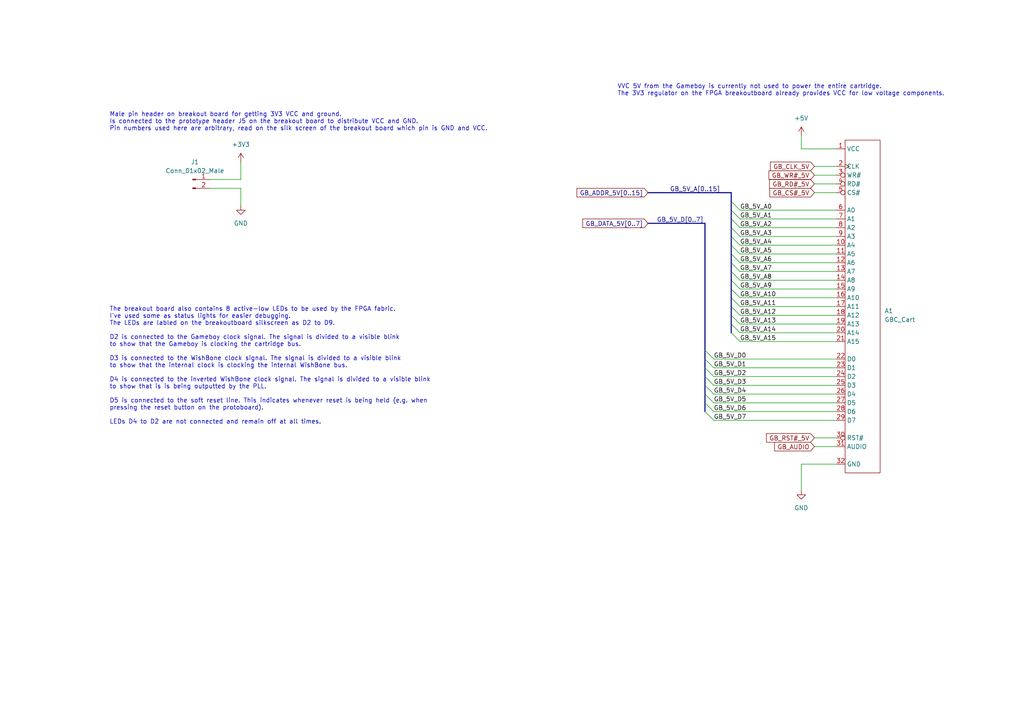
<source format=kicad_sch>
(kicad_sch (version 20211123) (generator eeschema)

  (uuid ada8967b-befc-414f-816a-bb1fe1dd7dd1)

  (paper "A4")

  (title_block
    (title "Power and connectors")
  )

  (lib_symbols
    (symbol "Boards:GBC_Cart" (in_bom no) (on_board yes)
      (property "Reference" "A" (id 0) (at -10.16 13.97 0)
        (effects (font (size 1.27 1.27)))
      )
      (property "Value" "GBC_Cart" (id 1) (at -6.35 11.43 0)
        (effects (font (size 1.27 1.27)))
      )
      (property "Footprint" "Boards:GBC_Cart" (id 2) (at -2.54 8.89 0)
        (effects (font (size 1.27 1.27)) hide)
      )
      (property "Datasheet" "" (id 3) (at -24.13 -36.83 0)
        (effects (font (size 1.27 1.27)) hide)
      )
      (property "ki_keywords" "board gameboy cart cartridge" (id 4) (at 0 0 0)
        (effects (font (size 1.27 1.27)) hide)
      )
      (property "ki_description" "Base board outline and connector pads for GameBoy Color cartridge" (id 5) (at 0 0 0)
        (effects (font (size 1.27 1.27)) hide)
      )
      (symbol "GBC_Cart_0_1"
        (rectangle (start -21.59 54.61) (end -11.43 -41.91)
          (stroke (width 0) (type default) (color 0 0 0 0))
          (fill (type none))
        )
      )
      (symbol "GBC_Cart_1_1"
        (pin power_in line (at -24.13 52.07 0) (length 2.54)
          (name "VCC" (effects (font (size 1.27 1.27))))
          (number "1" (effects (font (size 1.27 1.27))))
        )
        (pin input line (at -24.13 24.13 0) (length 2.54)
          (name "A4" (effects (font (size 1.27 1.27))))
          (number "10" (effects (font (size 1.27 1.27))))
        )
        (pin input line (at -24.13 21.59 0) (length 2.54)
          (name "A5" (effects (font (size 1.27 1.27))))
          (number "11" (effects (font (size 1.27 1.27))))
        )
        (pin input line (at -24.13 19.05 0) (length 2.54)
          (name "A6" (effects (font (size 1.27 1.27))))
          (number "12" (effects (font (size 1.27 1.27))))
        )
        (pin input line (at -24.13 16.51 0) (length 2.54)
          (name "A7" (effects (font (size 1.27 1.27))))
          (number "13" (effects (font (size 1.27 1.27))))
        )
        (pin input line (at -24.13 13.97 0) (length 2.54)
          (name "A8" (effects (font (size 1.27 1.27))))
          (number "14" (effects (font (size 1.27 1.27))))
        )
        (pin input line (at -24.13 11.43 0) (length 2.54)
          (name "A9" (effects (font (size 1.27 1.27))))
          (number "15" (effects (font (size 1.27 1.27))))
        )
        (pin input line (at -24.13 8.89 0) (length 2.54)
          (name "A10" (effects (font (size 1.27 1.27))))
          (number "16" (effects (font (size 1.27 1.27))))
        )
        (pin input line (at -24.13 6.35 0) (length 2.54)
          (name "A11" (effects (font (size 1.27 1.27))))
          (number "17" (effects (font (size 1.27 1.27))))
        )
        (pin input line (at -24.13 3.81 0) (length 2.54)
          (name "A12" (effects (font (size 1.27 1.27))))
          (number "18" (effects (font (size 1.27 1.27))))
        )
        (pin input line (at -24.13 1.27 0) (length 2.54)
          (name "A13" (effects (font (size 1.27 1.27))))
          (number "19" (effects (font (size 1.27 1.27))))
        )
        (pin input clock (at -24.13 46.99 0) (length 2.54)
          (name "CLK" (effects (font (size 1.27 1.27))))
          (number "2" (effects (font (size 1.27 1.27))))
        )
        (pin input line (at -24.13 -1.27 0) (length 2.54)
          (name "A14" (effects (font (size 1.27 1.27))))
          (number "20" (effects (font (size 1.27 1.27))))
        )
        (pin input line (at -24.13 -3.81 0) (length 2.54)
          (name "A15" (effects (font (size 1.27 1.27))))
          (number "21" (effects (font (size 1.27 1.27))))
        )
        (pin bidirectional line (at -24.13 -8.89 0) (length 2.54)
          (name "D0" (effects (font (size 1.27 1.27))))
          (number "22" (effects (font (size 1.27 1.27))))
        )
        (pin bidirectional line (at -24.13 -11.43 0) (length 2.54)
          (name "D1" (effects (font (size 1.27 1.27))))
          (number "23" (effects (font (size 1.27 1.27))))
        )
        (pin bidirectional line (at -24.13 -13.97 0) (length 2.54)
          (name "D2" (effects (font (size 1.27 1.27))))
          (number "24" (effects (font (size 1.27 1.27))))
        )
        (pin bidirectional line (at -24.13 -16.51 0) (length 2.54)
          (name "D3" (effects (font (size 1.27 1.27))))
          (number "25" (effects (font (size 1.27 1.27))))
        )
        (pin bidirectional line (at -24.13 -19.05 0) (length 2.54)
          (name "D4" (effects (font (size 1.27 1.27))))
          (number "26" (effects (font (size 1.27 1.27))))
        )
        (pin bidirectional line (at -24.13 -21.59 0) (length 2.54)
          (name "D5" (effects (font (size 1.27 1.27))))
          (number "27" (effects (font (size 1.27 1.27))))
        )
        (pin bidirectional line (at -24.13 -24.13 0) (length 2.54)
          (name "D6" (effects (font (size 1.27 1.27))))
          (number "28" (effects (font (size 1.27 1.27))))
        )
        (pin bidirectional line (at -24.13 -26.67 0) (length 2.54)
          (name "D7" (effects (font (size 1.27 1.27))))
          (number "29" (effects (font (size 1.27 1.27))))
        )
        (pin input inverted (at -24.13 44.45 0) (length 2.54)
          (name "WR#" (effects (font (size 1.27 1.27))))
          (number "3" (effects (font (size 1.27 1.27))))
        )
        (pin output inverted (at -24.13 -31.75 0) (length 2.54)
          (name "RST#" (effects (font (size 1.27 1.27))))
          (number "30" (effects (font (size 1.27 1.27))))
        )
        (pin output line (at -24.13 -34.29 0) (length 2.54)
          (name "AUDIO" (effects (font (size 1.27 1.27))))
          (number "31" (effects (font (size 1.27 1.27))))
        )
        (pin power_in line (at -24.13 -39.37 0) (length 2.54)
          (name "GND" (effects (font (size 1.27 1.27))))
          (number "32" (effects (font (size 1.27 1.27))))
        )
        (pin input inverted (at -24.13 41.91 0) (length 2.54)
          (name "RD#" (effects (font (size 1.27 1.27))))
          (number "4" (effects (font (size 1.27 1.27))))
        )
        (pin input inverted (at -24.13 39.37 0) (length 2.54)
          (name "CS#" (effects (font (size 1.27 1.27))))
          (number "5" (effects (font (size 1.27 1.27))))
        )
        (pin input line (at -24.13 34.29 0) (length 2.54)
          (name "A0" (effects (font (size 1.27 1.27))))
          (number "6" (effects (font (size 1.27 1.27))))
        )
        (pin input line (at -24.13 31.75 0) (length 2.54)
          (name "A1" (effects (font (size 1.27 1.27))))
          (number "7" (effects (font (size 1.27 1.27))))
        )
        (pin input line (at -24.13 29.21 0) (length 2.54)
          (name "A2" (effects (font (size 1.27 1.27))))
          (number "8" (effects (font (size 1.27 1.27))))
        )
        (pin input line (at -24.13 26.67 0) (length 2.54)
          (name "A3" (effects (font (size 1.27 1.27))))
          (number "9" (effects (font (size 1.27 1.27))))
        )
      )
    )
    (symbol "Connector:Conn_01x02_Male" (pin_names (offset 1.016) hide) (in_bom yes) (on_board yes)
      (property "Reference" "J" (id 0) (at 0 2.54 0)
        (effects (font (size 1.27 1.27)))
      )
      (property "Value" "Conn_01x02_Male" (id 1) (at 0 -5.08 0)
        (effects (font (size 1.27 1.27)))
      )
      (property "Footprint" "" (id 2) (at 0 0 0)
        (effects (font (size 1.27 1.27)) hide)
      )
      (property "Datasheet" "~" (id 3) (at 0 0 0)
        (effects (font (size 1.27 1.27)) hide)
      )
      (property "ki_keywords" "connector" (id 4) (at 0 0 0)
        (effects (font (size 1.27 1.27)) hide)
      )
      (property "ki_description" "Generic connector, single row, 01x02, script generated (kicad-library-utils/schlib/autogen/connector/)" (id 5) (at 0 0 0)
        (effects (font (size 1.27 1.27)) hide)
      )
      (property "ki_fp_filters" "Connector*:*_1x??_*" (id 6) (at 0 0 0)
        (effects (font (size 1.27 1.27)) hide)
      )
      (symbol "Conn_01x02_Male_1_1"
        (polyline
          (pts
            (xy 1.27 -2.54)
            (xy 0.8636 -2.54)
          )
          (stroke (width 0.1524) (type default) (color 0 0 0 0))
          (fill (type none))
        )
        (polyline
          (pts
            (xy 1.27 0)
            (xy 0.8636 0)
          )
          (stroke (width 0.1524) (type default) (color 0 0 0 0))
          (fill (type none))
        )
        (rectangle (start 0.8636 -2.413) (end 0 -2.667)
          (stroke (width 0.1524) (type default) (color 0 0 0 0))
          (fill (type outline))
        )
        (rectangle (start 0.8636 0.127) (end 0 -0.127)
          (stroke (width 0.1524) (type default) (color 0 0 0 0))
          (fill (type outline))
        )
        (pin passive line (at 5.08 0 180) (length 3.81)
          (name "Pin_1" (effects (font (size 1.27 1.27))))
          (number "1" (effects (font (size 1.27 1.27))))
        )
        (pin passive line (at 5.08 -2.54 180) (length 3.81)
          (name "Pin_2" (effects (font (size 1.27 1.27))))
          (number "2" (effects (font (size 1.27 1.27))))
        )
      )
    )
    (symbol "power:+3V3" (power) (pin_names (offset 0)) (in_bom yes) (on_board yes)
      (property "Reference" "#PWR" (id 0) (at 0 -3.81 0)
        (effects (font (size 1.27 1.27)) hide)
      )
      (property "Value" "+3V3" (id 1) (at 0 3.556 0)
        (effects (font (size 1.27 1.27)))
      )
      (property "Footprint" "" (id 2) (at 0 0 0)
        (effects (font (size 1.27 1.27)) hide)
      )
      (property "Datasheet" "" (id 3) (at 0 0 0)
        (effects (font (size 1.27 1.27)) hide)
      )
      (property "ki_keywords" "power-flag" (id 4) (at 0 0 0)
        (effects (font (size 1.27 1.27)) hide)
      )
      (property "ki_description" "Power symbol creates a global label with name \"+3V3\"" (id 5) (at 0 0 0)
        (effects (font (size 1.27 1.27)) hide)
      )
      (symbol "+3V3_0_1"
        (polyline
          (pts
            (xy -0.762 1.27)
            (xy 0 2.54)
          )
          (stroke (width 0) (type default) (color 0 0 0 0))
          (fill (type none))
        )
        (polyline
          (pts
            (xy 0 0)
            (xy 0 2.54)
          )
          (stroke (width 0) (type default) (color 0 0 0 0))
          (fill (type none))
        )
        (polyline
          (pts
            (xy 0 2.54)
            (xy 0.762 1.27)
          )
          (stroke (width 0) (type default) (color 0 0 0 0))
          (fill (type none))
        )
      )
      (symbol "+3V3_1_1"
        (pin power_in line (at 0 0 90) (length 0) hide
          (name "+3V3" (effects (font (size 1.27 1.27))))
          (number "1" (effects (font (size 1.27 1.27))))
        )
      )
    )
    (symbol "power:+5V" (power) (pin_names (offset 0)) (in_bom yes) (on_board yes)
      (property "Reference" "#PWR" (id 0) (at 0 -3.81 0)
        (effects (font (size 1.27 1.27)) hide)
      )
      (property "Value" "+5V" (id 1) (at 0 3.556 0)
        (effects (font (size 1.27 1.27)))
      )
      (property "Footprint" "" (id 2) (at 0 0 0)
        (effects (font (size 1.27 1.27)) hide)
      )
      (property "Datasheet" "" (id 3) (at 0 0 0)
        (effects (font (size 1.27 1.27)) hide)
      )
      (property "ki_keywords" "power-flag" (id 4) (at 0 0 0)
        (effects (font (size 1.27 1.27)) hide)
      )
      (property "ki_description" "Power symbol creates a global label with name \"+5V\"" (id 5) (at 0 0 0)
        (effects (font (size 1.27 1.27)) hide)
      )
      (symbol "+5V_0_1"
        (polyline
          (pts
            (xy -0.762 1.27)
            (xy 0 2.54)
          )
          (stroke (width 0) (type default) (color 0 0 0 0))
          (fill (type none))
        )
        (polyline
          (pts
            (xy 0 0)
            (xy 0 2.54)
          )
          (stroke (width 0) (type default) (color 0 0 0 0))
          (fill (type none))
        )
        (polyline
          (pts
            (xy 0 2.54)
            (xy 0.762 1.27)
          )
          (stroke (width 0) (type default) (color 0 0 0 0))
          (fill (type none))
        )
      )
      (symbol "+5V_1_1"
        (pin power_in line (at 0 0 90) (length 0) hide
          (name "+5V" (effects (font (size 1.27 1.27))))
          (number "1" (effects (font (size 1.27 1.27))))
        )
      )
    )
    (symbol "power:GND" (power) (pin_names (offset 0)) (in_bom yes) (on_board yes)
      (property "Reference" "#PWR" (id 0) (at 0 -6.35 0)
        (effects (font (size 1.27 1.27)) hide)
      )
      (property "Value" "GND" (id 1) (at 0 -3.81 0)
        (effects (font (size 1.27 1.27)))
      )
      (property "Footprint" "" (id 2) (at 0 0 0)
        (effects (font (size 1.27 1.27)) hide)
      )
      (property "Datasheet" "" (id 3) (at 0 0 0)
        (effects (font (size 1.27 1.27)) hide)
      )
      (property "ki_keywords" "power-flag" (id 4) (at 0 0 0)
        (effects (font (size 1.27 1.27)) hide)
      )
      (property "ki_description" "Power symbol creates a global label with name \"GND\" , ground" (id 5) (at 0 0 0)
        (effects (font (size 1.27 1.27)) hide)
      )
      (symbol "GND_0_1"
        (polyline
          (pts
            (xy 0 0)
            (xy 0 -1.27)
            (xy 1.27 -1.27)
            (xy 0 -2.54)
            (xy -1.27 -1.27)
            (xy 0 -1.27)
          )
          (stroke (width 0) (type default) (color 0 0 0 0))
          (fill (type none))
        )
      )
      (symbol "GND_1_1"
        (pin power_in line (at 0 0 270) (length 0) hide
          (name "GND" (effects (font (size 1.27 1.27))))
          (number "1" (effects (font (size 1.27 1.27))))
        )
      )
    )
  )


  (bus_entry (at 212.09 68.58) (size 2.54 2.54)
    (stroke (width 0) (type default) (color 0 0 0 0))
    (uuid 189cc7f3-09c1-4fe7-b067-995a8c0dc887)
  )
  (bus_entry (at 212.09 71.12) (size 2.54 2.54)
    (stroke (width 0) (type default) (color 0 0 0 0))
    (uuid 279b20d8-d318-4f19-91b8-e9ef5a8cc984)
  )
  (bus_entry (at 212.09 76.2) (size 2.54 2.54)
    (stroke (width 0) (type default) (color 0 0 0 0))
    (uuid 2ac83227-8cc0-4acd-acac-a3d18b94a2e0)
  )
  (bus_entry (at 212.09 86.36) (size 2.54 2.54)
    (stroke (width 0) (type default) (color 0 0 0 0))
    (uuid 3aeb9a26-4391-42fa-8adb-fc6da13d385a)
  )
  (bus_entry (at 212.09 91.44) (size 2.54 2.54)
    (stroke (width 0) (type default) (color 0 0 0 0))
    (uuid 5673b53a-d040-4073-96d2-51c2d4442ec3)
  )
  (bus_entry (at 212.09 58.42) (size 2.54 2.54)
    (stroke (width 0) (type default) (color 0 0 0 0))
    (uuid 5a26626b-ab19-4a1d-bc9e-394684fa9050)
  )
  (bus_entry (at 212.09 78.74) (size 2.54 2.54)
    (stroke (width 0) (type default) (color 0 0 0 0))
    (uuid 5c5767c8-6ece-461d-a7ae-632471adcfac)
  )
  (bus_entry (at 204.47 116.84) (size 2.54 2.54)
    (stroke (width 0) (type default) (color 0 0 0 0))
    (uuid 61f4b4d5-859d-4e13-892b-d95d814c09c3)
  )
  (bus_entry (at 212.09 73.66) (size 2.54 2.54)
    (stroke (width 0) (type default) (color 0 0 0 0))
    (uuid 65161cfc-f720-40d1-91af-0796129937c6)
  )
  (bus_entry (at 212.09 93.98) (size 2.54 2.54)
    (stroke (width 0) (type default) (color 0 0 0 0))
    (uuid 7243bf18-7a8f-4819-8bff-e96fd8abeb6c)
  )
  (bus_entry (at 212.09 83.82) (size 2.54 2.54)
    (stroke (width 0) (type default) (color 0 0 0 0))
    (uuid 7d7ceac9-ef7a-41c5-b2f7-18452ec48f39)
  )
  (bus_entry (at 212.09 88.9) (size 2.54 2.54)
    (stroke (width 0) (type default) (color 0 0 0 0))
    (uuid 8a7a27a0-3fe7-4480-bfa0-9140a49373f8)
  )
  (bus_entry (at 204.47 119.38) (size 2.54 2.54)
    (stroke (width 0) (type default) (color 0 0 0 0))
    (uuid 993a02fe-c80f-429c-b2ea-1e6e9cf250bd)
  )
  (bus_entry (at 204.47 109.22) (size 2.54 2.54)
    (stroke (width 0) (type default) (color 0 0 0 0))
    (uuid 9d4b867b-ba54-4a6f-8898-7205dad65688)
  )
  (bus_entry (at 212.09 63.5) (size 2.54 2.54)
    (stroke (width 0) (type default) (color 0 0 0 0))
    (uuid a18824d0-1625-4f69-a4af-0db0cfa90a3a)
  )
  (bus_entry (at 204.47 101.6) (size 2.54 2.54)
    (stroke (width 0) (type default) (color 0 0 0 0))
    (uuid b7160c34-8fc6-4e86-81e9-5fd054305f0a)
  )
  (bus_entry (at 204.47 111.76) (size 2.54 2.54)
    (stroke (width 0) (type default) (color 0 0 0 0))
    (uuid ca42af2b-bb9a-44af-b951-3c118553b194)
  )
  (bus_entry (at 204.47 104.14) (size 2.54 2.54)
    (stroke (width 0) (type default) (color 0 0 0 0))
    (uuid df11e14a-ff27-40ff-b31f-4660e8908346)
  )
  (bus_entry (at 204.47 114.3) (size 2.54 2.54)
    (stroke (width 0) (type default) (color 0 0 0 0))
    (uuid e008ee04-c1ce-495c-b5e5-c04a52a5e95d)
  )
  (bus_entry (at 212.09 66.04) (size 2.54 2.54)
    (stroke (width 0) (type default) (color 0 0 0 0))
    (uuid e3e2bc70-1c2f-49c1-9ca6-87ad997d755e)
  )
  (bus_entry (at 212.09 60.96) (size 2.54 2.54)
    (stroke (width 0) (type default) (color 0 0 0 0))
    (uuid e55fc8f4-000e-41d0-87b0-8a07ee30e260)
  )
  (bus_entry (at 212.09 81.28) (size 2.54 2.54)
    (stroke (width 0) (type default) (color 0 0 0 0))
    (uuid e5d5701e-9019-4e70-8347-3b99493f8c16)
  )
  (bus_entry (at 212.09 96.52) (size 2.54 2.54)
    (stroke (width 0) (type default) (color 0 0 0 0))
    (uuid f6e30ac7-4dd1-45ee-a66d-71c2f70431f2)
  )
  (bus_entry (at 204.47 106.68) (size 2.54 2.54)
    (stroke (width 0) (type default) (color 0 0 0 0))
    (uuid f97b1e52-a153-4426-8ba8-058854b1548d)
  )

  (wire (pts (xy 236.22 127) (xy 242.57 127))
    (stroke (width 0) (type default) (color 0 0 0 0))
    (uuid 013b7c87-c907-42e0-b3a6-15ba4e39ce5d)
  )
  (wire (pts (xy 214.63 66.04) (xy 242.57 66.04))
    (stroke (width 0) (type default) (color 0 0 0 0))
    (uuid 02a78575-7db5-42b8-b68f-7747811548b3)
  )
  (wire (pts (xy 60.96 54.61) (xy 69.85 54.61))
    (stroke (width 0) (type default) (color 0 0 0 0))
    (uuid 049ef857-3c89-4833-b2ea-1d8bad1353ae)
  )
  (wire (pts (xy 207.01 114.3) (xy 242.57 114.3))
    (stroke (width 0) (type default) (color 0 0 0 0))
    (uuid 071164c1-bf7d-4ed3-9140-2c99f44046f7)
  )
  (bus (pts (xy 204.47 116.84) (xy 204.47 119.38))
    (stroke (width 0) (type default) (color 0 0 0 0))
    (uuid 0cb3c3c2-4673-4aac-bb41-1e4bf896d006)
  )
  (bus (pts (xy 212.09 58.42) (xy 212.09 55.88))
    (stroke (width 0) (type default) (color 0 0 0 0))
    (uuid 10561ca9-9583-47a9-8cfc-b3260cfe21a2)
  )

  (wire (pts (xy 214.63 71.12) (xy 242.57 71.12))
    (stroke (width 0) (type default) (color 0 0 0 0))
    (uuid 13bed169-d601-4535-b9b3-70c100d0ce72)
  )
  (bus (pts (xy 212.09 83.82) (xy 212.09 81.28))
    (stroke (width 0) (type default) (color 0 0 0 0))
    (uuid 190d7114-07fb-412b-a815-18a3190f1799)
  )

  (wire (pts (xy 207.01 116.84) (xy 242.57 116.84))
    (stroke (width 0) (type default) (color 0 0 0 0))
    (uuid 1c99845d-a581-4e13-848c-c6a44db45ac9)
  )
  (wire (pts (xy 214.63 86.36) (xy 242.57 86.36))
    (stroke (width 0) (type default) (color 0 0 0 0))
    (uuid 28b82cda-5b04-431f-8775-88b21393bff1)
  )
  (wire (pts (xy 232.41 43.18) (xy 242.57 43.18))
    (stroke (width 0) (type default) (color 0 0 0 0))
    (uuid 2c41d85f-b711-49b2-a615-858d1d6663f8)
  )
  (wire (pts (xy 214.63 63.5) (xy 242.57 63.5))
    (stroke (width 0) (type default) (color 0 0 0 0))
    (uuid 2d0e86c6-b53e-46c0-a255-5a8922ed5d68)
  )
  (wire (pts (xy 232.41 142.24) (xy 232.41 134.62))
    (stroke (width 0) (type default) (color 0 0 0 0))
    (uuid 2eb5f7a7-99e8-4a98-8359-8a667efd01b8)
  )
  (bus (pts (xy 204.47 104.14) (xy 204.47 106.68))
    (stroke (width 0) (type default) (color 0 0 0 0))
    (uuid 31e413cb-65f5-47e4-8bca-b43bdaa08667)
  )
  (bus (pts (xy 187.96 64.77) (xy 204.47 64.77))
    (stroke (width 0) (type default) (color 0 0 0 0))
    (uuid 3c15d4cd-754f-4ed5-bacc-37912fc2ca3c)
  )

  (wire (pts (xy 60.96 52.07) (xy 69.85 52.07))
    (stroke (width 0) (type default) (color 0 0 0 0))
    (uuid 41178b73-918c-4674-b2ab-ee1239281777)
  )
  (bus (pts (xy 204.47 114.3) (xy 204.47 116.84))
    (stroke (width 0) (type default) (color 0 0 0 0))
    (uuid 41375ae9-c16e-4771-b74c-77db561461b8)
  )

  (wire (pts (xy 214.63 91.44) (xy 242.57 91.44))
    (stroke (width 0) (type default) (color 0 0 0 0))
    (uuid 4ad3fe2f-a887-486f-bef1-7d51da6b9c73)
  )
  (bus (pts (xy 212.09 76.2) (xy 212.09 73.66))
    (stroke (width 0) (type default) (color 0 0 0 0))
    (uuid 5379aab7-cd68-45f4-858f-7b5de3c34172)
  )
  (bus (pts (xy 204.47 106.68) (xy 204.47 109.22))
    (stroke (width 0) (type default) (color 0 0 0 0))
    (uuid 54a365a4-d204-4f90-93d0-9425df84c156)
  )

  (wire (pts (xy 207.01 104.14) (xy 242.57 104.14))
    (stroke (width 0) (type default) (color 0 0 0 0))
    (uuid 5b638735-b31a-4fd9-92bc-e18790244cf2)
  )
  (bus (pts (xy 204.47 111.76) (xy 204.47 114.3))
    (stroke (width 0) (type default) (color 0 0 0 0))
    (uuid 5b6f9dc1-a612-4287-bb83-f9f280e4fe3a)
  )
  (bus (pts (xy 212.09 86.36) (xy 212.09 83.82))
    (stroke (width 0) (type default) (color 0 0 0 0))
    (uuid 5e1a973a-35b5-42fa-b314-a9318fb15efb)
  )

  (wire (pts (xy 214.63 83.82) (xy 242.57 83.82))
    (stroke (width 0) (type default) (color 0 0 0 0))
    (uuid 64bcdaa0-37df-49fb-a65d-03d7c958fad0)
  )
  (bus (pts (xy 212.09 58.42) (xy 212.09 60.96))
    (stroke (width 0) (type default) (color 0 0 0 0))
    (uuid 6d7e36fa-67c4-434d-bb0c-e515a8462182)
  )
  (bus (pts (xy 204.47 64.77) (xy 204.47 101.6))
    (stroke (width 0) (type default) (color 0 0 0 0))
    (uuid 6db914fb-071d-40fa-928d-01bd694f5eb5)
  )

  (wire (pts (xy 214.63 68.58) (xy 242.57 68.58))
    (stroke (width 0) (type default) (color 0 0 0 0))
    (uuid 75075693-98f2-442e-b80d-8c6e023df80f)
  )
  (wire (pts (xy 214.63 73.66) (xy 242.57 73.66))
    (stroke (width 0) (type default) (color 0 0 0 0))
    (uuid 7870151f-1d4e-49f0-bbff-fc3994227d82)
  )
  (wire (pts (xy 214.63 76.2) (xy 242.57 76.2))
    (stroke (width 0) (type default) (color 0 0 0 0))
    (uuid 7cf5d48a-94f1-486f-8405-7a6c9ed68130)
  )
  (bus (pts (xy 187.96 55.88) (xy 212.09 55.88))
    (stroke (width 0) (type default) (color 0 0 0 0))
    (uuid 7dcf5f39-a563-455d-a782-21e9e2a00f00)
  )
  (bus (pts (xy 212.09 93.98) (xy 212.09 91.44))
    (stroke (width 0) (type default) (color 0 0 0 0))
    (uuid 803269f3-fdcf-4e2c-8c39-f410130983ea)
  )
  (bus (pts (xy 212.09 63.5) (xy 212.09 60.96))
    (stroke (width 0) (type default) (color 0 0 0 0))
    (uuid 8f4966ab-91bc-4905-aa7b-22b57538e203)
  )

  (wire (pts (xy 236.22 48.26) (xy 242.57 48.26))
    (stroke (width 0) (type default) (color 0 0 0 0))
    (uuid 927e537a-53a9-4293-9f95-c81dd9b4abd1)
  )
  (bus (pts (xy 212.09 71.12) (xy 212.09 68.58))
    (stroke (width 0) (type default) (color 0 0 0 0))
    (uuid 985d3db2-1241-4cda-bf07-1a70c52c965d)
  )

  (wire (pts (xy 214.63 93.98) (xy 242.57 93.98))
    (stroke (width 0) (type default) (color 0 0 0 0))
    (uuid 9875d949-0e86-41a5-ba9d-e33e461da157)
  )
  (wire (pts (xy 69.85 46.99) (xy 69.85 52.07))
    (stroke (width 0) (type default) (color 0 0 0 0))
    (uuid 98dbc464-dfb3-4825-a944-25fa2763c08d)
  )
  (wire (pts (xy 207.01 109.22) (xy 242.57 109.22))
    (stroke (width 0) (type default) (color 0 0 0 0))
    (uuid a05d757a-52fa-4ced-b593-5dee6ce0030e)
  )
  (bus (pts (xy 212.09 68.58) (xy 212.09 66.04))
    (stroke (width 0) (type default) (color 0 0 0 0))
    (uuid a0cda999-14b5-4968-84b0-b92f80056d70)
  )
  (bus (pts (xy 212.09 96.52) (xy 212.09 93.98))
    (stroke (width 0) (type default) (color 0 0 0 0))
    (uuid ae64d8f3-440f-464e-a782-a7746ec37dd6)
  )

  (wire (pts (xy 236.22 53.34) (xy 242.57 53.34))
    (stroke (width 0) (type default) (color 0 0 0 0))
    (uuid b1893ef8-f675-43fc-be99-cd2507bca312)
  )
  (wire (pts (xy 232.41 134.62) (xy 242.57 134.62))
    (stroke (width 0) (type default) (color 0 0 0 0))
    (uuid b9d70f34-7c64-45b3-8f3b-92179356ed44)
  )
  (wire (pts (xy 214.63 96.52) (xy 242.57 96.52))
    (stroke (width 0) (type default) (color 0 0 0 0))
    (uuid bd094400-6e7e-40c8-88aa-eefd812e39cc)
  )
  (wire (pts (xy 207.01 119.38) (xy 242.57 119.38))
    (stroke (width 0) (type default) (color 0 0 0 0))
    (uuid c5fdb7ac-85a3-4be1-b56e-f814f5544cbf)
  )
  (wire (pts (xy 207.01 106.68) (xy 242.57 106.68))
    (stroke (width 0) (type default) (color 0 0 0 0))
    (uuid c6f761ae-aec8-47bd-a15b-96aadd04470f)
  )
  (wire (pts (xy 236.22 129.54) (xy 242.57 129.54))
    (stroke (width 0) (type default) (color 0 0 0 0))
    (uuid c975932e-ca29-4882-8df2-1d283cdebe53)
  )
  (wire (pts (xy 214.63 81.28) (xy 242.57 81.28))
    (stroke (width 0) (type default) (color 0 0 0 0))
    (uuid cb5d7037-f21a-4307-aa04-4346c96d8d98)
  )
  (wire (pts (xy 214.63 60.96) (xy 242.57 60.96))
    (stroke (width 0) (type default) (color 0 0 0 0))
    (uuid d0e2e579-ba89-4c09-a8aa-3b54a204c6cb)
  )
  (wire (pts (xy 214.63 99.06) (xy 242.57 99.06))
    (stroke (width 0) (type default) (color 0 0 0 0))
    (uuid d10da399-dc95-4e04-891a-cdb595bc9941)
  )
  (wire (pts (xy 236.22 55.88) (xy 242.57 55.88))
    (stroke (width 0) (type default) (color 0 0 0 0))
    (uuid d2b1d928-0541-4447-a1d3-e6662258fd60)
  )
  (wire (pts (xy 236.22 50.8) (xy 242.57 50.8))
    (stroke (width 0) (type default) (color 0 0 0 0))
    (uuid d3107ef1-89b4-4af8-8511-22495581a99a)
  )
  (wire (pts (xy 69.85 54.61) (xy 69.85 59.69))
    (stroke (width 0) (type default) (color 0 0 0 0))
    (uuid d423e15f-fdb6-4ef3-a443-9ebf933db9dd)
  )
  (bus (pts (xy 212.09 88.9) (xy 212.09 86.36))
    (stroke (width 0) (type default) (color 0 0 0 0))
    (uuid d6672546-926e-4d99-a993-c6b6f37774e9)
  )

  (wire (pts (xy 232.41 43.18) (xy 232.41 39.37))
    (stroke (width 0) (type default) (color 0 0 0 0))
    (uuid d6f42dc4-bf59-4a91-9fcd-389691154967)
  )
  (bus (pts (xy 204.47 109.22) (xy 204.47 111.76))
    (stroke (width 0) (type default) (color 0 0 0 0))
    (uuid d9bd524f-215a-433c-b624-77986abb1695)
  )

  (wire (pts (xy 207.01 121.92) (xy 242.57 121.92))
    (stroke (width 0) (type default) (color 0 0 0 0))
    (uuid db6dfb9d-1c85-4320-aa35-be0adfb88dc5)
  )
  (bus (pts (xy 212.09 73.66) (xy 212.09 71.12))
    (stroke (width 0) (type default) (color 0 0 0 0))
    (uuid dfaf11c3-ace6-48e3-85bd-72137fc6f393)
  )
  (bus (pts (xy 204.47 101.6) (xy 204.47 104.14))
    (stroke (width 0) (type default) (color 0 0 0 0))
    (uuid e2c0bd34-a007-4c97-a33a-0c6afbd500c2)
  )
  (bus (pts (xy 212.09 78.74) (xy 212.09 76.2))
    (stroke (width 0) (type default) (color 0 0 0 0))
    (uuid e342030b-2c90-45a0-ac7b-6ae9e8e93fc9)
  )
  (bus (pts (xy 212.09 81.28) (xy 212.09 78.74))
    (stroke (width 0) (type default) (color 0 0 0 0))
    (uuid eb93759a-169f-422a-abb2-16305e980ce8)
  )

  (wire (pts (xy 214.63 78.74) (xy 242.57 78.74))
    (stroke (width 0) (type default) (color 0 0 0 0))
    (uuid ee4970b1-f439-4c11-9a72-4282be4dd4d3)
  )
  (wire (pts (xy 207.01 111.76) (xy 242.57 111.76))
    (stroke (width 0) (type default) (color 0 0 0 0))
    (uuid ef8a46f2-262c-4f9f-bf79-5c5dd099886e)
  )
  (wire (pts (xy 214.63 88.9) (xy 242.57 88.9))
    (stroke (width 0) (type default) (color 0 0 0 0))
    (uuid efee7332-9835-44f9-a57f-afd8c41d7573)
  )
  (bus (pts (xy 212.09 66.04) (xy 212.09 63.5))
    (stroke (width 0) (type default) (color 0 0 0 0))
    (uuid f4b57b58-0f97-4ffe-bea4-426e488b450b)
  )
  (bus (pts (xy 212.09 91.44) (xy 212.09 88.9))
    (stroke (width 0) (type default) (color 0 0 0 0))
    (uuid f9567ec3-f634-4d7c-b0f0-bd718035527f)
  )

  (text "The breakout board also contains 8 active-low LEDs to be used by the FPGA fabric.\nI've used some as status lights for easier debugging.\nThe LEDs are labled on the breakoutboard silkscreen as D2 to D9.\n\nD2 is connected to the Gameboy clock signal. The signal is divided to a visible blink\nto show that the Gameboy is clocking the cartridge bus.\n\nD3 is connected to the WishBone clock signal. The signal is divided to a visible blink\nto show that the internal clock is clocking the internal WishBone bus.\n\nD4 is connected to the inverted WishBone clock signal. The signal is divided to a visible blink\nto show that is is being outputted by the PLL.\n\nD5 is connected to the soft reset line. This indicates whenever reset is being held (e.g. when \npressing the reset button on the protoboard).\n\nLEDs D4 to D2 are not connected and remain off at all times."
    (at 31.75 123.19 0)
    (effects (font (size 1.27 1.27)) (justify left bottom))
    (uuid 0ba84243-70c7-48df-bdf9-a84868bb200d)
  )
  (text "Male pin header on breakout board for getting 3V3 VCC and ground.\nIs connected to the prototype header J5 on the breakout board to distribute VCC and GND.\nPin numbers used here are arbitrary, read on the silk screen of the breakout board which pin is GND and VCC."
    (at 31.75 38.1 0)
    (effects (font (size 1.27 1.27)) (justify left bottom))
    (uuid 7f0062b4-e7f2-4234-af31-125472e340b7)
  )
  (text "VVC 5V from the Gameboy is currently not used to power the entire cartridge.\nThe 3V3 regulator on the FPGA breakoutboard already provides VCC for low voltage components."
    (at 179.07 27.94 0)
    (effects (font (size 1.27 1.27)) (justify left bottom))
    (uuid af3e88e9-22db-469a-a303-98e27096a053)
  )

  (label "GB_5V_D1" (at 207.01 106.68 0)
    (effects (font (size 1.27 1.27)) (justify left bottom))
    (uuid 1db9304e-61da-427f-a7ce-ab4ee2317402)
  )
  (label "GB_5V_D6" (at 207.01 119.38 0)
    (effects (font (size 1.27 1.27)) (justify left bottom))
    (uuid 237dc1d2-682d-40ec-8fd3-bcf1799cf1e0)
  )
  (label "GB_5V_A2" (at 214.63 66.04 0)
    (effects (font (size 1.27 1.27)) (justify left bottom))
    (uuid 388dd820-af61-456b-8a43-9e20ab62bde4)
  )
  (label "GB_5V_D0" (at 207.01 104.14 0)
    (effects (font (size 1.27 1.27)) (justify left bottom))
    (uuid 445cb79c-eaf1-4682-922d-a94ebab20842)
  )
  (label "GB_5V_A4" (at 214.63 71.12 0)
    (effects (font (size 1.27 1.27)) (justify left bottom))
    (uuid 4ae01fd0-9f79-4c04-84d8-9c9191677419)
  )
  (label "GB_5V_A11" (at 214.63 88.9 0)
    (effects (font (size 1.27 1.27)) (justify left bottom))
    (uuid 5413cfb2-f01c-497a-8227-7c9b29df3e1a)
  )
  (label "GB_5V_D7" (at 207.01 121.92 0)
    (effects (font (size 1.27 1.27)) (justify left bottom))
    (uuid 5b43f371-ac2c-4267-a700-0d40a5329d4e)
  )
  (label "GB_5V_A10" (at 214.63 86.36 0)
    (effects (font (size 1.27 1.27)) (justify left bottom))
    (uuid 5bf402bc-325c-419f-adc4-479035655e2e)
  )
  (label "GB_5V_A12" (at 214.63 91.44 0)
    (effects (font (size 1.27 1.27)) (justify left bottom))
    (uuid 5e8c482b-e1ba-450f-a13b-e28c39c6c078)
  )
  (label "GB_5V_A14" (at 214.63 96.52 0)
    (effects (font (size 1.27 1.27)) (justify left bottom))
    (uuid 71c484e9-29b3-4751-97a3-726d1caef7aa)
  )
  (label "GB_5V_D[0..7]" (at 190.5 64.77 0)
    (effects (font (size 1.27 1.27)) (justify left bottom))
    (uuid 7b761b8e-8154-4f33-9f89-3b30c3962030)
  )
  (label "GB_5V_A8" (at 214.63 81.28 0)
    (effects (font (size 1.27 1.27)) (justify left bottom))
    (uuid 887e4702-80ce-4ea5-a1ed-93a260ddaf3c)
  )
  (label "GB_5V_D4" (at 207.01 114.3 0)
    (effects (font (size 1.27 1.27)) (justify left bottom))
    (uuid 93d59c39-5a13-4b1e-a364-b512752e523c)
  )
  (label "GB_5V_D3" (at 207.01 111.76 0)
    (effects (font (size 1.27 1.27)) (justify left bottom))
    (uuid 99ea5ceb-ae4f-450a-b206-cf439badadc9)
  )
  (label "GB_5V_A13" (at 214.63 93.98 0)
    (effects (font (size 1.27 1.27)) (justify left bottom))
    (uuid 9ae7e90e-6fd3-4b50-8a4d-be1c01d742b0)
  )
  (label "GB_5V_A5" (at 214.63 73.66 0)
    (effects (font (size 1.27 1.27)) (justify left bottom))
    (uuid 9d28b25e-35fd-485d-b931-7a619bf63b98)
  )
  (label "GB_5V_D5" (at 207.01 116.84 0)
    (effects (font (size 1.27 1.27)) (justify left bottom))
    (uuid a55f1041-5f6f-49a8-ba9c-386bf38dc5c6)
  )
  (label "GB_5V_A7" (at 214.63 78.74 0)
    (effects (font (size 1.27 1.27)) (justify left bottom))
    (uuid aa76dff8-db34-41fa-9282-5a6d871ed5e3)
  )
  (label "GB_5V_D2" (at 207.01 109.22 0)
    (effects (font (size 1.27 1.27)) (justify left bottom))
    (uuid b4b671df-f5de-4c07-a389-ed45d9f3361a)
  )
  (label "GB_5V_A3" (at 214.63 68.58 0)
    (effects (font (size 1.27 1.27)) (justify left bottom))
    (uuid b78426fa-5b9a-4e01-9a5a-de73ef631531)
  )
  (label "GB_5V_A9" (at 214.63 83.82 0)
    (effects (font (size 1.27 1.27)) (justify left bottom))
    (uuid be266a62-8ad5-4e3c-9ab2-ee49a89e752e)
  )
  (label "GB_5V_A0" (at 214.63 60.96 0)
    (effects (font (size 1.27 1.27)) (justify left bottom))
    (uuid d73fa900-a60a-4e94-9a1a-764b631278b4)
  )
  (label "GB_5V_A6" (at 214.63 76.2 0)
    (effects (font (size 1.27 1.27)) (justify left bottom))
    (uuid ed862a57-ca0d-47d2-bf60-40e28b3f20d6)
  )
  (label "GB_5V_A1" (at 214.63 63.5 0)
    (effects (font (size 1.27 1.27)) (justify left bottom))
    (uuid ef148378-77e9-4694-8297-a5655c6353c6)
  )
  (label "GB_5V_A[0..15]" (at 194.31 55.88 0)
    (effects (font (size 1.27 1.27)) (justify left bottom))
    (uuid f27b9cbe-5aa0-414b-b976-f042720f8006)
  )
  (label "GB_5V_A15" (at 214.63 99.06 0)
    (effects (font (size 1.27 1.27)) (justify left bottom))
    (uuid febe179f-0aa3-412f-a0fa-2a4c9bcf4015)
  )

  (global_label "GB_CLK_5V" (shape input) (at 236.22 48.26 180) (fields_autoplaced)
    (effects (font (size 1.27 1.27)) (justify right))
    (uuid 1544bd86-3417-44f1-a543-3f1484cff4b7)
    (property "Intersheet References" "${INTERSHEET_REFS}" (id 0) (at 223.4655 48.1806 0)
      (effects (font (size 1.27 1.27)) (justify right) hide)
    )
  )
  (global_label "GB_RST#_5V" (shape input) (at 236.22 127 180) (fields_autoplaced)
    (effects (font (size 1.27 1.27)) (justify right))
    (uuid 177eeabc-1672-4d37-87e3-540e9bb9a29f)
    (property "Intersheet References" "${INTERSHEET_REFS}" (id 0) (at 222.3164 126.9206 0)
      (effects (font (size 1.27 1.27)) (justify right) hide)
    )
  )
  (global_label "GB_AUDIO" (shape input) (at 236.22 129.54 180) (fields_autoplaced)
    (effects (font (size 1.27 1.27)) (justify right))
    (uuid 27a3e6ea-3290-4acd-8f56-ec5236048bdf)
    (property "Intersheet References" "${INTERSHEET_REFS}" (id 0) (at 224.675 129.4606 0)
      (effects (font (size 1.27 1.27)) (justify right) hide)
    )
  )
  (global_label "GB_RD#_5V" (shape input) (at 236.22 53.34 180) (fields_autoplaced)
    (effects (font (size 1.27 1.27)) (justify right))
    (uuid 2f7f4ed4-3df8-42c4-8c67-842e0153b7b0)
    (property "Intersheet References" "${INTERSHEET_REFS}" (id 0) (at 223.2236 53.2606 0)
      (effects (font (size 1.27 1.27)) (justify right) hide)
    )
  )
  (global_label "GB_ADDR_5V[0..15]" (shape input) (at 187.96 55.88 180) (fields_autoplaced)
    (effects (font (size 1.27 1.27)) (justify right))
    (uuid 57a6191f-ae14-4a61-b092-6f468d1e32eb)
    (property "Intersheet References" "${INTERSHEET_REFS}" (id 0) (at 167.3436 55.8006 0)
      (effects (font (size 1.27 1.27)) (justify right) hide)
    )
  )
  (global_label "GB_DATA_5V[0..7]" (shape input) (at 187.96 64.77 180) (fields_autoplaced)
    (effects (font (size 1.27 1.27)) (justify right))
    (uuid 8d64b386-18de-42f5-bc32-b3927969cf8b)
    (property "Intersheet References" "${INTERSHEET_REFS}" (id 0) (at 169.0369 64.6906 0)
      (effects (font (size 1.27 1.27)) (justify right) hide)
    )
  )
  (global_label "GB_WR#_5V" (shape input) (at 236.22 50.8 180) (fields_autoplaced)
    (effects (font (size 1.27 1.27)) (justify right))
    (uuid deaaa64c-774c-4a24-93a6-a159e7ce6630)
    (property "Intersheet References" "${INTERSHEET_REFS}" (id 0) (at 223.0421 50.7206 0)
      (effects (font (size 1.27 1.27)) (justify right) hide)
    )
  )
  (global_label "GB_CS#_5V" (shape input) (at 236.22 55.88 180) (fields_autoplaced)
    (effects (font (size 1.27 1.27)) (justify right))
    (uuid e48c3466-8d60-48cc-aef1-63f647547dd7)
    (property "Intersheet References" "${INTERSHEET_REFS}" (id 0) (at 223.284 55.8006 0)
      (effects (font (size 1.27 1.27)) (justify right) hide)
    )
  )

  (symbol (lib_id "Connector:Conn_01x02_Male") (at 55.88 52.07 0) (unit 1)
    (in_bom yes) (on_board yes) (fields_autoplaced)
    (uuid 1a03c680-6df4-4ad6-b0ee-2551be034eac)
    (property "Reference" "J1" (id 0) (at 56.515 46.99 0))
    (property "Value" "Conn_01x02_Male" (id 1) (at 56.515 49.53 0))
    (property "Footprint" "" (id 2) (at 55.88 52.07 0)
      (effects (font (size 1.27 1.27)) hide)
    )
    (property "Datasheet" "~" (id 3) (at 55.88 52.07 0)
      (effects (font (size 1.27 1.27)) hide)
    )
    (pin "1" (uuid 9a41df4f-21a0-4efa-a231-f46f4fadc7ae))
    (pin "2" (uuid 4a03f3db-5fbe-4bf4-a07b-aff4578351d7))
  )

  (symbol (lib_id "power:+3V3") (at 69.85 46.99 0) (unit 1)
    (in_bom yes) (on_board yes) (fields_autoplaced)
    (uuid 48f63417-89ea-43f1-bde1-be55b2c90123)
    (property "Reference" "#PWR0105" (id 0) (at 69.85 50.8 0)
      (effects (font (size 1.27 1.27)) hide)
    )
    (property "Value" "+3V3" (id 1) (at 69.85 41.91 0))
    (property "Footprint" "" (id 2) (at 69.85 46.99 0)
      (effects (font (size 1.27 1.27)) hide)
    )
    (property "Datasheet" "" (id 3) (at 69.85 46.99 0)
      (effects (font (size 1.27 1.27)) hide)
    )
    (pin "1" (uuid e3bfc087-45ae-496a-99ff-63f3592591cb))
  )

  (symbol (lib_id "Boards:GBC_Cart") (at 266.7 95.25 0) (unit 1)
    (in_bom no) (on_board yes)
    (uuid 69b6419d-0162-44a2-b441-9c8586353b81)
    (property "Reference" "A1" (id 0) (at 256.54 90.17 0)
      (effects (font (size 1.27 1.27)) (justify left))
    )
    (property "Value" "GBC_Cart" (id 1) (at 256.54 92.71 0)
      (effects (font (size 1.27 1.27)) (justify left))
    )
    (property "Footprint" "Boards:GBC_Cart" (id 2) (at 288.29 91.44 0)
      (effects (font (size 1.27 1.27)) hide)
    )
    (property "Datasheet" "" (id 3) (at 266.7 55.88 0)
      (effects (font (size 1.27 1.27)) hide)
    )
    (pin "1" (uuid c7fb4052-b2f3-414b-9022-1002857c7b20))
    (pin "10" (uuid 0496a9a9-4976-47d0-86e5-c35954c5e21f))
    (pin "11" (uuid 8321672c-25ae-4398-afa7-d08b73771ecc))
    (pin "12" (uuid 30831786-e7f7-42ee-ace8-29c6b79d71c4))
    (pin "13" (uuid 2360c010-534d-4c2a-89a6-64ef80cfb306))
    (pin "14" (uuid 42371290-b9b7-45f4-bc3d-cf8270f4e19f))
    (pin "15" (uuid 71241d88-b593-454f-90e5-cfd0da28cf7b))
    (pin "16" (uuid 4e56bf3c-2877-4c28-9b22-d04b32fe82f0))
    (pin "17" (uuid f49dcc91-df9c-42de-9943-567417152e68))
    (pin "18" (uuid 92a5f72d-5831-4328-8d8e-9498995f2422))
    (pin "19" (uuid 68fb588a-137e-401e-bed7-d7a08b0bf568))
    (pin "2" (uuid ef25fc2d-4c35-420b-94d4-0d2b6fa4db34))
    (pin "20" (uuid 678554fc-78bb-46d3-be5b-a3bf047e2c40))
    (pin "21" (uuid e08a6d78-2708-4aa7-8d73-356cb6e05a23))
    (pin "22" (uuid 35c24190-7f97-4b69-a95d-58026fab6c5e))
    (pin "23" (uuid dffdb61d-28a7-4819-ac00-fa25fe25b206))
    (pin "24" (uuid 70dab9db-4af5-4615-856a-c09d7187fd2f))
    (pin "25" (uuid aaf335ae-e332-42de-9626-b7144d39b94b))
    (pin "26" (uuid c4cf7788-8baf-476f-addd-eb48d1a841ae))
    (pin "27" (uuid 01ec882e-a331-4ef2-af01-36650c584ad3))
    (pin "28" (uuid 2d256367-eaa1-4221-a4a3-5cfc99ef1837))
    (pin "29" (uuid 9bd41b84-e0a2-446f-9a79-6d1cc0de0b4d))
    (pin "3" (uuid cd176b25-5d92-420b-bdb1-a6dfcfb2fd5d))
    (pin "30" (uuid f7812310-0873-4d81-bd15-a48ac8ecd901))
    (pin "31" (uuid b1db7c52-b7be-4b26-85c8-19a9e40f526d))
    (pin "32" (uuid 4ba5f125-111d-4112-8b1b-4e16ac7d4acf))
    (pin "4" (uuid bbfbe284-5c76-4966-9a56-64d062d34ab1))
    (pin "5" (uuid a3dede9e-55e9-4378-8583-3222dc922540))
    (pin "6" (uuid 076cf6da-0066-4818-83c1-1007442ce550))
    (pin "7" (uuid 0ccfb86d-436b-4199-a4db-41204b7a0d1a))
    (pin "8" (uuid 0d9f07f0-2e24-438e-ba49-6feb500a0ae7))
    (pin "9" (uuid d27c02c2-9963-4a18-bee9-e6fa5328477e))
  )

  (symbol (lib_id "power:GND") (at 232.41 142.24 0) (unit 1)
    (in_bom yes) (on_board yes) (fields_autoplaced)
    (uuid 7cf6f9a0-0728-4a71-856e-276f9fc40dce)
    (property "Reference" "#PWR0106" (id 0) (at 232.41 148.59 0)
      (effects (font (size 1.27 1.27)) hide)
    )
    (property "Value" "GND" (id 1) (at 232.41 147.32 0))
    (property "Footprint" "" (id 2) (at 232.41 142.24 0)
      (effects (font (size 1.27 1.27)) hide)
    )
    (property "Datasheet" "" (id 3) (at 232.41 142.24 0)
      (effects (font (size 1.27 1.27)) hide)
    )
    (pin "1" (uuid 72ec7b41-3374-4321-8763-a7236f020ef3))
  )

  (symbol (lib_id "power:+5V") (at 232.41 39.37 0) (unit 1)
    (in_bom yes) (on_board yes) (fields_autoplaced)
    (uuid 8cf90fa2-9923-4191-955c-16eee1d5441d)
    (property "Reference" "#PWR?" (id 0) (at 232.41 43.18 0)
      (effects (font (size 1.27 1.27)) hide)
    )
    (property "Value" "+5V" (id 1) (at 232.41 34.29 0))
    (property "Footprint" "" (id 2) (at 232.41 39.37 0)
      (effects (font (size 1.27 1.27)) hide)
    )
    (property "Datasheet" "" (id 3) (at 232.41 39.37 0)
      (effects (font (size 1.27 1.27)) hide)
    )
    (pin "1" (uuid 53ee8d69-0952-447d-b0d5-6c1773c59839))
  )

  (symbol (lib_id "power:GND") (at 69.85 59.69 0) (unit 1)
    (in_bom yes) (on_board yes) (fields_autoplaced)
    (uuid fec15d96-7803-4d46-b8e1-e309a8c7f081)
    (property "Reference" "#PWR0104" (id 0) (at 69.85 66.04 0)
      (effects (font (size 1.27 1.27)) hide)
    )
    (property "Value" "GND" (id 1) (at 69.85 64.77 0))
    (property "Footprint" "" (id 2) (at 69.85 59.69 0)
      (effects (font (size 1.27 1.27)) hide)
    )
    (property "Datasheet" "" (id 3) (at 69.85 59.69 0)
      (effects (font (size 1.27 1.27)) hide)
    )
    (pin "1" (uuid d4f2e1fe-57d5-421e-a6d7-c5d52a408ef2))
  )
)

</source>
